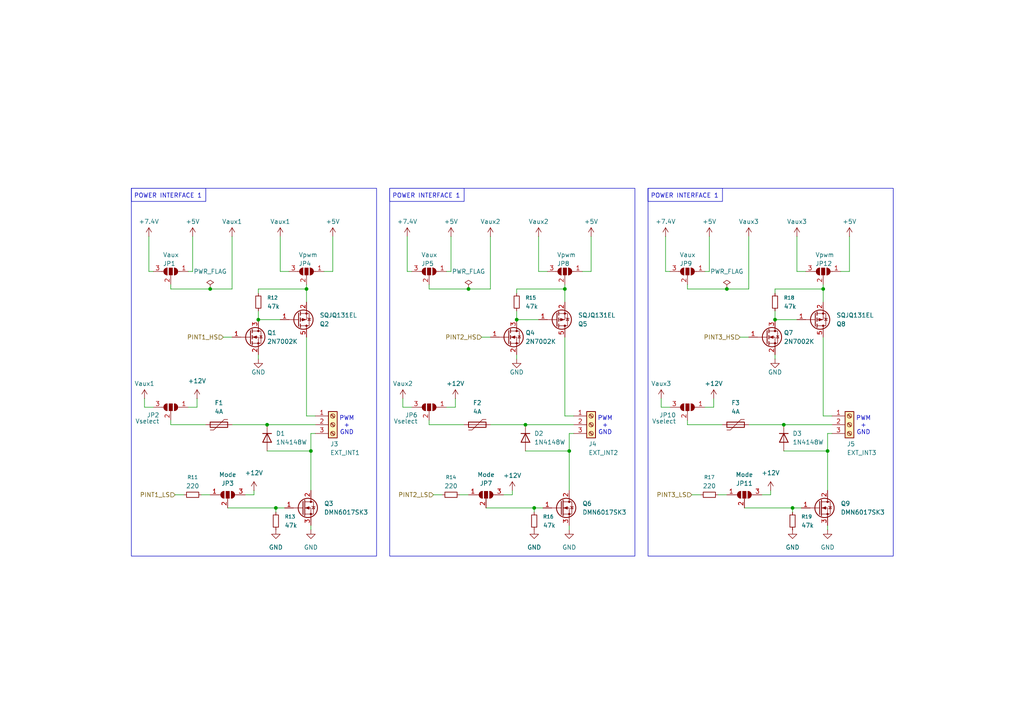
<source format=kicad_sch>
(kicad_sch (version 20250114) (generator "eeschema") (generator_version "9.0")
  (paper "A4")
  (title_block (title "Modulo Attuazione") (date "2025-11-28") (company "StarPi"))
  (lib_symbols
    (symbol "Connector:Screw_Terminal_01x03" (pin_names (offset 1.016) (hide yes))
      (property "Reference" "J" (at 0 5.08 0))
      (property "Value" "Screw_Terminal_01x03" (at 0 -5.08 0))
      (symbol "Screw_Terminal_01x03_1_1"
        (rectangle (start -1.27 3.81) (end 1.27 -3.81) (stroke (width 0.254)) (fill (type background)))
        (polyline (pts (xy -0.5334 2.8702) (xy 0.3302 2.032)) (stroke (width 0.1524)))
        (polyline (pts (xy -0.5334 0.3302) (xy 0.3302 -0.508)) (stroke (width 0.1524)))
        (polyline (pts (xy -0.5334 -2.2098) (xy 0.3302 -3.048)) (stroke (width 0.1524)))
        (polyline (pts (xy -0.3556 3.048) (xy 0.508 2.2098)) (stroke (width 0.1524)))
        (polyline (pts (xy -0.3556 0.508) (xy 0.508 -0.3302)) (stroke (width 0.1524)))
        (polyline (pts (xy -0.3556 -2.032) (xy 0.508 -2.8702)) (stroke (width 0.1524)))
        (circle (center 0 2.54) (radius 0.635) (stroke (width 0.1524)))
        (circle (center 0 0) (radius 0.635) (stroke (width 0.1524)))
        (circle (center 0 -2.54) (radius 0.635) (stroke (width 0.1524)))
        (pin passive line (at -5.08 2.54 0) (length 3.81) (name "Pin_1") (number "1"))
        (pin passive line (at -5.08 0 0) (length 3.81) (name "Pin_2") (number "2"))
        (pin passive line (at -5.08 -2.54 0) (length 3.81) (name "Pin_3") (number "3"))
      )
    )
    (symbol "Device:Polyfuse" (pin_numbers (hide yes)) (pin_names (offset 0))
      (property "Reference" "F" (at -2.54 0 90))
      (property "Value" "Polyfuse" (at 2.54 0 90))
      (symbol "Polyfuse_0_1"
        (polyline (pts (xy -1.524 2.54) (xy -1.524 1.524) (xy 1.524 -1.524) (xy 1.524 -2.54)))
        (rectangle (start -0.762 2.54) (end 0.762 -2.54) (stroke (width 0.254)))
        (polyline (pts (xy 0 2.54) (xy 0 -2.54)))
      )
      (symbol "Polyfuse_1_1"
        (pin passive line (at 0 3.81 270) (length 1.27) (name "~") (number "1"))
        (pin passive line (at 0 -3.81 90) (length 1.27) (name "~") (number "2"))
      )
    )
    (symbol "Device:R_Small" (pin_numbers (hide yes)) (pin_names (offset 0.254) (hide yes))
      (property "Reference" "R" (at 0 0 90))
      (property "Value" "R_Small" (at 1.778 0 90))
      (symbol "R_Small_0_1"
        (rectangle (start -0.762 1.778) (end 0.762 -1.778) (stroke (width 0.2032)))
      )
      (symbol "R_Small_1_1"
        (pin passive line (at 0 2.54 270) (length 0.762) (name "~") (number "1"))
        (pin passive line (at 0 -2.54 90) (length 0.762) (name "~") (number "2"))
      )
    )
    (symbol "Diode:1N4148W" (pin_numbers (hide yes)) (pin_names (hide yes))
      (property "Reference" "D" (at 0 2.54 0))
      (property "Value" "1N4148W" (at 0 -2.54 0))
      (symbol "1N4148W_0_1"
        (polyline (pts (xy -1.27 1.27) (xy -1.27 -1.27)) (stroke (width 0.254)))
        (polyline (pts (xy 1.27 1.27) (xy 1.27 -1.27) (xy -1.27 0) (xy 1.27 1.27)) (stroke (width 0.254)))
        (polyline (pts (xy 1.27 0) (xy -1.27 0)))
      )
      (symbol "1N4148W_1_1"
        (pin passive line (at -3.81 0 0) (length 2.54) (name "K") (number "1"))
        (pin passive line (at 3.81 0 180) (length 2.54) (name "A") (number "2"))
      )
    )
    (symbol "Jumper:SolderJumper_3_Open" (pin_names (offset 0) (hide yes)) (in_bom no)
      (property "Reference" "JP" (at -2.54 -2.54 0))
      (property "Value" "SolderJumper_3_Open" (at 0 2.794 0))
      (symbol "SolderJumper_3_Open_0_1"
        (polyline (pts (xy -2.54 0) (xy -2.032 0)))
        (polyline (pts (xy -1.016 1.016) (xy -1.016 -1.016)))
        (arc (start -1.016 -1.016) (mid -2.0276 0) (end -1.016 1.016))
        (arc (start -1.016 -1.016) (mid -2.0276 0) (end -1.016 1.016) (fill (type outline)))
        (rectangle (start -0.508 1.016) (end 0.508 -1.016) (fill (type outline)))
        (polyline (pts (xy 0 -1.27) (xy 0 -1.016)))
        (arc (start 1.016 1.016) (mid 2.0276 0) (end 1.016 -1.016))
        (arc (start 1.016 1.016) (mid 2.0276 0) (end 1.016 -1.016) (fill (type outline)))
        (polyline (pts (xy 1.016 1.016) (xy 1.016 -1.016)))
        (polyline (pts (xy 2.54 0) (xy 2.032 0)))
      )
      (symbol "SolderJumper_3_Open_1_1"
        (pin passive line (at -5.08 0 0) (length 2.54) (name "A") (number "1"))
        (pin passive line (at 0 -3.81 90) (length 2.54) (name "C") (number "2"))
        (pin passive line (at 5.08 0 180) (length 2.54) (name "B") (number "3"))
      )
    )
    (symbol "Transistor_FET:2N7002K" (pin_names (offset 0) (hide yes))
      (property "Reference" "Q" (at 5.08 1.905 0))
      (property "Value" "2N7002K" (at 5.08 0 0))
      (symbol "2N7002K_0_1"
        (polyline (pts (xy 0.254 1.905) (xy 0.254 -1.905)) (stroke (width 0.254)))
        (polyline (pts (xy 0.254 0) (xy -2.54 0)))
        (polyline (pts (xy 0.762 2.286) (xy 0.762 1.27)) (stroke (width 0.254)))
        (polyline (pts (xy 0.762 0.508) (xy 0.762 -0.508)) (stroke (width 0.254)))
        (polyline (pts (xy 0.762 -1.27) (xy 0.762 -2.286)) (stroke (width 0.254)))
        (polyline (pts (xy 0.762 -1.778) (xy 3.302 -1.778) (xy 3.302 1.778) (xy 0.762 1.778)))
        (polyline (pts (xy 1.016 0) (xy 2.032 0.381) (xy 2.032 -0.381) (xy 1.016 0)) (fill (type outline)))
        (circle (center 1.651 0) (radius 2.794) (stroke (width 0.254)))
        (polyline (pts (xy 2.54 2.54) (xy 2.54 1.778)))
        (circle (center 2.54 1.778) (radius 0.254) (fill (type outline)))
        (circle (center 2.54 -1.778) (radius 0.254) (fill (type outline)))
        (polyline (pts (xy 2.54 -2.54) (xy 2.54 0) (xy 0.762 0)))
        (polyline (pts (xy 2.921 0.381) (xy 3.683 0.381)))
        (polyline (pts (xy 3.302 0.381) (xy 2.921 -0.254) (xy 3.683 -0.254) (xy 3.302 0.381)))
      )
      (symbol "2N7002K_1_1"
        (pin input line (at -5.08 0 0) (length 2.54) (name "G") (number "1"))
        (pin passive line (at 2.54 5.08 270) (length 2.54) (name "D") (number "3"))
        (pin passive line (at 2.54 -5.08 90) (length 2.54) (name "S") (number "2"))
      )
    )
    (symbol "Transistor_FET:SQJQ131EL" (pin_names (hide yes))
      (property "Reference" "Q" (at 5.08 1.905 0))
      (property "Value" "SQJQ131EL" (at 5.08 0 0))
      (symbol "SQJQ131EL_0_1"
        (polyline (pts (xy 0.254 1.905) (xy 0.254 -1.905)) (stroke (width 0.254)))
        (polyline (pts (xy 0.254 0) (xy -2.54 0)))
        (polyline (pts (xy 0.762 2.286) (xy 0.762 1.27)) (stroke (width 0.254)))
        (polyline (pts (xy 0.762 1.778) (xy 3.302 1.778) (xy 3.302 -1.778) (xy 0.762 -1.778)))
        (polyline (pts (xy 0.762 0.508) (xy 0.762 -0.508)) (stroke (width 0.254)))
        (polyline (pts (xy 0.762 -1.27) (xy 0.762 -2.286)) (stroke (width 0.254)))
        (circle (center 1.651 0) (radius 2.794) (stroke (width 0.254)))
        (polyline (pts (xy 2.286 0) (xy 1.27 0.381) (xy 1.27 -0.381) (xy 2.286 0)) (fill (type outline)))
        (polyline (pts (xy 2.54 2.54) (xy 2.54 1.778)))
        (circle (center 2.54 1.778) (radius 0.254) (fill (type outline)))
        (circle (center 2.54 -1.778) (radius 0.254) (fill (type outline)))
        (polyline (pts (xy 2.54 -2.54) (xy 2.54 0) (xy 0.762 0)))
        (polyline (pts (xy 2.794 -0.508) (xy 2.921 -0.381) (xy 3.683 -0.381) (xy 3.81 -0.254)))
        (polyline (pts (xy 3.302 -0.381) (xy 2.921 0.254) (xy 3.683 0.254) (xy 3.302 -0.381)))
      )
      (symbol "SQJQ131EL_1_1"
        (pin input line (at -5.08 0 0) (length 2.54) (name "G") (number "1"))
        (pin passive line (at 2.54 5.08 270) (length 2.54) (name "D") (number "5"))
        (pin passive line (at 2.54 -5.08 90) (length 2.54) (name "S") (number "2"))
        (pin passive line (at 2.54 -5.08 90) (length 2.54) (hide yes) (name "S") (number "3"))
        (pin passive line (at 2.54 -5.08 90) (length 2.54) (hide yes) (name "S") (number "4"))
      )
    )
    (symbol "Transistor_FET_Other:Q_NMOS_Depletion_GDS" (pin_names (offset 0) (hide yes))
      (property "Reference" "Q" (at 5.08 1.905 0))
      (property "Value" "Q_NMOS_Depletion_GDS" (at 5.08 0 0))
      (symbol "Q_NMOS_Depletion_GDS_0_1"
        (polyline (pts (xy 0.254 1.905) (xy 0.254 -1.905)) (stroke (width 0.254)))
        (polyline (pts (xy 0.254 0) (xy -2.54 0)))
        (polyline (pts (xy 0.762 2.286) (xy 0.762 -2.286)) (stroke (width 0.254)))
        (polyline (pts (xy 0.762 -1.778) (xy 3.302 -1.778) (xy 3.302 1.778) (xy 0.762 1.778)))
        (polyline (pts (xy 1.016 0) (xy 2.032 0.381) (xy 2.032 -0.381) (xy 1.016 0)) (fill (type outline)))
        (circle (center 1.651 0) (radius 2.794) (stroke (width 0.254)))
        (polyline (pts (xy 2.54 2.54) (xy 2.54 1.778)))
        (circle (center 2.54 1.778) (radius 0.254) (fill (type outline)))
        (circle (center 2.54 -1.778) (radius 0.254) (fill (type outline)))
        (polyline (pts (xy 2.54 -2.54) (xy 2.54 0) (xy 0.762 0)))
        (polyline (pts (xy 2.794 0.508) (xy 2.921 0.381) (xy 3.683 0.381) (xy 3.81 0.254)))
        (polyline (pts (xy 3.302 0.381) (xy 2.921 -0.254) (xy 3.683 -0.254) (xy 3.302 0.381)))
      )
      (symbol "Q_NMOS_Depletion_GDS_1_1"
        (pin input line (at -5.08 0 0) (length 2.54) (name "G") (number "1"))
        (pin passive line (at 2.54 5.08 270) (length 2.54) (name "D") (number "2"))
        (pin passive line (at 2.54 -5.08 90) (length 2.54) (name "S") (number "3"))
      )
    )
    (symbol "power:+12V" (power) (pin_numbers (hide yes)) (pin_names (offset 0) (hide yes))
      (property "Value" "+12V" (at 0 3.556 0))
      (symbol "+12V_0_1"
        (polyline (pts (xy -0.762 1.27) (xy 0 2.54)))
        (polyline (pts (xy 0 2.54) (xy 0.762 1.27)))
        (polyline (pts (xy 0 0) (xy 0 2.54)))
      )
      (symbol "+12V_1_1"
        (pin power_in line (at 0 0 90) (length 0) (name "~") (number "1"))
      )
    )
    (symbol "power:+5V" (power) (pin_numbers (hide yes)) (pin_names (offset 0) (hide yes))
      (property "Value" "+5V" (at 0 3.556 0))
      (symbol "+5V_0_1"
        (polyline (pts (xy -0.762 1.27) (xy 0 2.54)))
        (polyline (pts (xy 0 2.54) (xy 0.762 1.27)))
        (polyline (pts (xy 0 0) (xy 0 2.54)))
      )
      (symbol "+5V_1_1"
        (pin power_in line (at 0 0 90) (length 0) (name "~") (number "1"))
      )
    )
    (symbol "power:+9V" (power) (pin_numbers (hide yes)) (pin_names (offset 0) (hide yes))
      (property "Value" "+9V" (at 0 3.556 0))
      (symbol "+9V_0_1"
        (polyline (pts (xy -0.762 1.27) (xy 0 2.54)))
        (polyline (pts (xy 0 2.54) (xy 0.762 1.27)))
        (polyline (pts (xy 0 0) (xy 0 2.54)))
      )
      (symbol "+9V_1_1"
        (pin power_in line (at 0 0 90) (length 0) (name "~") (number "1"))
      )
    )
    (symbol "power:GND" (power) (pin_numbers (hide yes)) (pin_names (offset 0) (hide yes))
      (property "Value" "GND" (at 0 -3.81 0))
      (symbol "GND_0_1"
        (polyline (pts (xy 0 0) (xy 0 -1.27) (xy 1.27 -1.27) (xy 0 -2.54) (xy -1.27 -1.27) (xy 0 -1.27)))
      )
      (symbol "GND_1_1"
        (pin power_in line (at 0 0 270) (length 0) (name "~") (number "1"))
      )
    )
    (symbol "power:PWR_FLAG" (power) (pin_numbers (hide yes)) (pin_names (offset 0) (hide yes))
      (property "Value" "PWR_FLAG" (at 0 3.81 0))
      (symbol "PWR_FLAG_0_0"
        (pin power_out line (at 0 0 90) (length 0) (name "~") (number "1"))
      )
      (symbol "PWR_FLAG_0_1"
        (polyline (pts (xy 0 0) (xy 0 1.27) (xy -1.016 1.905) (xy 0 2.54) (xy 1.016 1.905) (xy 0 1.27)))
      )
    )
  )
  (rectangle (start 38.1 54.61) (end 59.69 58.42))
  (rectangle (start 187.96 54.61) (end 259.08 161.29))
  (rectangle (start 38.1 54.61) (end 109.22 161.29))
  (rectangle (start 113.03 54.61) (end 134.62 58.42))
  (rectangle (start 113.03 54.61) (end 184.15 161.29))
  (rectangle (start 187.96 54.61) (end 209.55 58.42))
  (text "PWM\n+\nGND" (at 250.444 123.444 0) (effects (font (size 1.27 1.27))))
  (text "POWER INTERFACE 1" (at 188.722 56.896 0) (effects (font (size 1.27 1.27)) (justify left)))
  (text "POWER INTERFACE 1" (at 38.862 56.896 0) (effects (font (size 1.27 1.27)) (justify left)))
  (text "POWER INTERFACE 1" (at 113.792 56.896 0) (effects (font (size 1.27 1.27)) (justify left)))
  (text "PWM\n+\nGND" (at 100.584 123.444 0) (effects (font (size 1.27 1.27))))
  (text "PWM\n+\nGND" (at 175.514 123.444 0) (effects (font (size 1.27 1.27))))
  (junction (at 135.89 83.82))
  (junction (at 210.82 83.82))
  (junction (at 90.17 130.81))
  (junction (at 227.33 123.19))
  (junction (at 74.93 92.71))
  (junction (at 229.87 147.32))
  (junction (at 60.96 83.82))
  (junction (at 224.79 92.71))
  (junction (at 165.1 130.81))
  (junction (at 152.4 123.19))
  (junction (at 77.47 123.19))
  (junction (at 163.83 83.82))
  (junction (at 88.9 83.82))
  (junction (at 149.86 92.71))
  (junction (at 80.01 147.32))
  (junction (at 154.94 147.32))
  (junction (at 238.76 83.82))
  (junction (at 240.03 130.81))
  (wire (pts (xy 246.38 68.58) (xy 246.38 78.74)))
  (wire (pts (xy 200.66 143.51) (xy 203.2 143.51)))
  (wire (pts (xy 156.21 68.58) (xy 156.21 78.74)))
  (wire (pts (xy 165.1 152.4) (xy 165.1 153.67)))
  (wire (pts (xy 149.86 92.71) (xy 156.21 92.71)))
  (wire (pts (xy 90.17 130.81) (xy 90.17 125.73)))
  (wire (pts (xy 214.63 97.79) (xy 217.17 97.79)))
  (wire (pts (xy 231.14 68.58) (xy 231.14 78.74)))
  (wire (pts (xy 223.52 143.51) (xy 223.52 142.24)))
  (wire (pts (xy 207.01 118.11) (xy 207.01 115.57)))
  (wire (pts (xy 130.81 68.58) (xy 130.81 78.74)))
  (wire (pts (xy 124.46 123.19) (xy 134.62 123.19)))
  (wire (pts (xy 67.31 83.82) (xy 60.96 83.82)))
  (wire (pts (xy 142.24 123.19) (xy 152.4 123.19)))
  (wire (pts (xy 129.54 118.11) (xy 132.08 118.11)))
  (wire (pts (xy 90.17 125.73) (xy 91.44 125.73)))
  (wire (pts (xy 142.24 68.58) (xy 142.24 83.82)))
  (wire (pts (xy 149.86 85.09) (xy 149.86 83.82)))
  (wire (pts (xy 88.9 97.79) (xy 88.9 120.65)))
  (wire (pts (xy 238.76 120.65) (xy 241.3 120.65)))
  (wire (pts (xy 199.39 123.19) (xy 209.55 123.19)))
  (wire (pts (xy 43.18 68.58) (xy 43.18 78.74)))
  (wire (pts (xy 90.17 142.24) (xy 90.17 130.81)))
  (wire (pts (xy 165.1 130.81) (xy 165.1 125.73)))
  (wire (pts (xy 229.87 147.32) (xy 232.41 147.32)))
  (wire (pts (xy 57.15 118.11) (xy 57.15 115.57)))
  (wire (pts (xy 146.05 143.51) (xy 148.59 143.51)))
  (wire (pts (xy 208.28 143.51) (xy 210.82 143.51)))
  (wire (pts (xy 163.83 82.55) (xy 163.83 83.82)))
  (wire (pts (xy 49.53 123.19) (xy 49.53 121.92)))
  (wire (pts (xy 163.83 83.82) (xy 163.83 87.63)))
  (wire (pts (xy 73.66 143.51) (xy 73.66 142.24)))
  (wire (pts (xy 148.59 143.51) (xy 148.59 142.24)))
  (wire (pts (xy 130.81 78.74) (xy 129.54 78.74)))
  (wire (pts (xy 224.79 83.82) (xy 238.76 83.82)))
  (wire (pts (xy 49.53 83.82) (xy 49.53 82.55)))
  (wire (pts (xy 224.79 92.71) (xy 231.14 92.71)))
  (wire (pts (xy 205.74 68.58) (xy 205.74 78.74)))
  (wire (pts (xy 74.93 104.14) (xy 74.93 102.87)))
  (wire (pts (xy 220.98 143.51) (xy 223.52 143.51)))
  (wire (pts (xy 231.14 78.74) (xy 233.68 78.74)))
  (wire (pts (xy 116.84 118.11) (xy 119.38 118.11)))
  (wire (pts (xy 90.17 152.4) (xy 90.17 153.67)))
  (wire (pts (xy 81.28 78.74) (xy 83.82 78.74)))
  (wire (pts (xy 152.4 130.81) (xy 165.1 130.81)))
  (wire (pts (xy 240.03 152.4) (xy 240.03 153.67)))
  (wire (pts (xy 165.1 142.24) (xy 165.1 130.81)))
  (wire (pts (xy 41.91 118.11) (xy 44.45 118.11)))
  (wire (pts (xy 124.46 123.19) (xy 124.46 121.92)))
  (wire (pts (xy 199.39 123.19) (xy 199.39 121.92)))
  (wire (pts (xy 154.94 147.32) (xy 157.48 147.32)))
  (wire (pts (xy 80.01 147.32) (xy 82.55 147.32)))
  (wire (pts (xy 163.83 120.65) (xy 166.37 120.65)))
  (wire (pts (xy 81.28 68.58) (xy 81.28 78.74)))
  (wire (pts (xy 240.03 142.24) (xy 240.03 130.81)))
  (wire (pts (xy 156.21 78.74) (xy 158.75 78.74)))
  (wire (pts (xy 135.89 83.82) (xy 124.46 83.82)))
  (wire (pts (xy 238.76 97.79) (xy 238.76 120.65)))
  (wire (pts (xy 58.42 143.51) (xy 60.96 143.51)))
  (wire (pts (xy 41.91 118.11) (xy 41.91 115.57)))
  (wire (pts (xy 217.17 83.82) (xy 210.82 83.82)))
  (wire (pts (xy 50.8 143.51) (xy 53.34 143.51)))
  (wire (pts (xy 71.12 143.51) (xy 73.66 143.51)))
  (wire (pts (xy 96.52 68.58) (xy 96.52 78.74)))
  (wire (pts (xy 149.86 90.17) (xy 149.86 92.71)))
  (wire (pts (xy 74.93 83.82) (xy 88.9 83.82)))
  (wire (pts (xy 125.73 143.51) (xy 128.27 143.51)))
  (wire (pts (xy 49.53 123.19) (xy 59.69 123.19)))
  (wire (pts (xy 227.33 123.19) (xy 241.3 123.19)))
  (wire (pts (xy 154.94 148.59) (xy 154.94 147.32)))
  (wire (pts (xy 74.93 90.17) (xy 74.93 92.71)))
  (wire (pts (xy 152.4 123.19) (xy 166.37 123.19)))
  (wire (pts (xy 165.1 125.73) (xy 166.37 125.73)))
  (wire (pts (xy 215.9 147.32) (xy 229.87 147.32)))
  (wire (pts (xy 224.79 85.09) (xy 224.79 83.82)))
  (wire (pts (xy 227.33 130.81) (xy 240.03 130.81)))
  (wire (pts (xy 80.01 148.59) (xy 80.01 147.32)))
  (wire (pts (xy 149.86 104.14) (xy 149.86 102.87)))
  (wire (pts (xy 66.04 147.32) (xy 80.01 147.32)))
  (wire (pts (xy 139.7 97.79) (xy 142.24 97.79)))
  (wire (pts (xy 77.47 123.19) (xy 91.44 123.19)))
  (wire (pts (xy 171.45 78.74) (xy 168.91 78.74)))
  (wire (pts (xy 55.88 78.74) (xy 54.61 78.74)))
  (wire (pts (xy 191.77 118.11) (xy 191.77 115.57)))
  (wire (pts (xy 43.18 78.74) (xy 44.45 78.74)))
  (wire (pts (xy 55.88 68.58) (xy 55.88 78.74)))
  (wire (pts (xy 191.77 118.11) (xy 194.31 118.11)))
  (wire (pts (xy 224.79 104.14) (xy 224.79 102.87)))
  (wire (pts (xy 204.47 118.11) (xy 207.01 118.11)))
  (wire (pts (xy 133.35 143.51) (xy 135.89 143.51)))
  (wire (pts (xy 88.9 83.82) (xy 88.9 87.63)))
  (wire (pts (xy 199.39 83.82) (xy 199.39 82.55)))
  (wire (pts (xy 224.79 90.17) (xy 224.79 92.71)))
  (wire (pts (xy 88.9 120.65) (xy 91.44 120.65)))
  (wire (pts (xy 67.31 68.58) (xy 67.31 83.82)))
  (wire (pts (xy 229.87 148.59) (xy 229.87 147.32)))
  (wire (pts (xy 171.45 68.58) (xy 171.45 78.74)))
  (wire (pts (xy 96.52 78.74) (xy 93.98 78.74)))
  (wire (pts (xy 60.96 83.82) (xy 49.53 83.82)))
  (wire (pts (xy 240.03 125.73) (xy 241.3 125.73)))
  (wire (pts (xy 140.97 147.32) (xy 154.94 147.32)))
  (wire (pts (xy 67.31 123.19) (xy 77.47 123.19)))
  (wire (pts (xy 193.04 68.58) (xy 193.04 78.74)))
  (wire (pts (xy 74.93 85.09) (xy 74.93 83.82)))
  (wire (pts (xy 74.93 92.71) (xy 81.28 92.71)))
  (wire (pts (xy 193.04 78.74) (xy 194.31 78.74)))
  (wire (pts (xy 132.08 118.11) (xy 132.08 115.57)))
  (wire (pts (xy 149.86 83.82) (xy 163.83 83.82)))
  (wire (pts (xy 205.74 78.74) (xy 204.47 78.74)))
  (wire (pts (xy 238.76 82.55) (xy 238.76 83.82)))
  (wire (pts (xy 210.82 83.82) (xy 199.39 83.82)))
  (wire (pts (xy 64.77 97.79) (xy 67.31 97.79)))
  (wire (pts (xy 142.24 83.82) (xy 135.89 83.82)))
  (wire (pts (xy 217.17 68.58) (xy 217.17 83.82)))
  (wire (pts (xy 163.83 97.79) (xy 163.83 120.65)))
  (wire (pts (xy 88.9 82.55) (xy 88.9 83.82)))
  (wire (pts (xy 217.17 123.19) (xy 227.33 123.19)))
  (wire (pts (xy 238.76 83.82) (xy 238.76 87.63)))
  (wire (pts (xy 54.61 118.11) (xy 57.15 118.11)))
  (wire (pts (xy 246.38 78.74) (xy 243.84 78.74)))
  (wire (pts (xy 116.84 118.11) (xy 116.84 115.57)))
  (wire (pts (xy 77.47 130.81) (xy 90.17 130.81)))
  (wire (pts (xy 118.11 78.74) (xy 119.38 78.74)))
  (wire (pts (xy 240.03 130.81) (xy 240.03 125.73)))
  (wire (pts (xy 124.46 83.82) (xy 124.46 82.55)))
  (wire (pts (xy 118.11 68.58) (xy 118.11 78.74)))
  (hierarchical_label "PINT3_LS" (shape input) (at 200.66 143.51 180))
  (hierarchical_label "PINT1_HS" (shape input) (at 64.77 97.79 180))
  (hierarchical_label "PINT1_LS" (shape input) (at 50.8 143.51 180))
  (hierarchical_label "PINT2_HS" (shape input) (at 139.7 97.79 180))
  (hierarchical_label "PINT3_HS" (shape input) (at 214.63 97.79 180))
  (hierarchical_label "PINT2_LS" (shape input) (at 125.73 143.51 180))
  (symbol (lib_id "power:GND") (at 154.94 153.67 0) (unit 1)
    (property "Reference" "#PWR043" (effects (hide yes)))
    (property "Value" "GND" (at 154.94 158.75 0))
    (property "Description" "Power symbol creates a global label with name \"GND\" , ground" (effects (hide yes)))
  )
  (symbol (lib_id "Jumper:SolderJumper_3_Open") (at 88.9 78.74 0) (mirror y) (unit 1) (in_bom no)
    (property "Reference" "JP4" (at 86.614 76.454 0) (effects (justify right)))
    (property "Value" "Vpwm" (at 86.614 73.914 0) (effects (justify right)))
    (property "Footprint" "Jumper:SolderJumper-3_P2.0mm_Open_TrianglePad1.0x1.5mm_NumberLabels" (effects (hide yes)))
    (property "Description" "Solder Jumper, 3-pole, open" (effects (hide yes)))
  )
  (symbol (lib_id "power:+9V") (at 67.31 68.58 0) (unit 1)
    (property "Reference" "#PWR029" (effects (hide yes)))
    (property "Value" "Vaux1" (at 67.31 64.262 0))
    (property "Description" "Power symbol creates a global label with name \"+9V\"" (effects (hide yes)))
  )
  (symbol (lib_id "Jumper:SolderJumper_3_Open") (at 140.97 143.51 0) (unit 1) (in_bom no)
    (property "Reference" "JP7" (at 140.97 140.208 0))
    (property "Value" "Mode" (at 140.97 137.668 0))
    (property "Footprint" "Jumper:SolderJumper-3_P2.0mm_Open_TrianglePad1.0x1.5mm_NumberLabels" (effects (hide yes)))
    (property "Description" "Solder Jumper, 3-pole, open" (effects (hide yes)))
  )
  (symbol (lib_id "power:+9V") (at 81.28 68.58 0) (unit 1)
    (property "Reference" "#PWR033" (effects (hide yes)))
    (property "Value" "Vaux1" (at 81.28 64.262 0))
    (property "Description" "Power symbol creates a global label with name \"+9V\"" (effects (hide yes)))
  )
  (symbol (lib_id "Device:Polyfuse") (at 138.43 123.19 270) (unit 1)
    (property "Reference" "F2" (at 138.43 116.84 90))
    (property "Value" "4A" (at 138.43 119.38 90))
    (property "Footprint" "Fuse:Fuse_2920_7451Metric_Pad2.10x5.45mm_HandSolder" (effects (hide yes)))
  )
  (symbol (lib_id "power:+9V") (at 191.77 115.57 0) (unit 1)
    (property "Reference" "#PWR047" (effects (hide yes)))
    (property "Value" "Vaux3" (at 191.77 111.252 0))
    (property "Description" "Power symbol creates a global label with name \"+9V\"" (effects (hide yes)))
  )
  (symbol (lib_id "power:+9V") (at 156.21 68.58 0) (unit 1)
    (property "Reference" "#PWR044" (effects (hide yes)))
    (property "Value" "Vaux2" (at 156.21 64.262 0))
    (property "Description" "Power symbol creates a global label with name \"+9V\"" (effects (hide yes)))
  )
  (symbol (lib_id "Transistor_FET:SQJQ131EL") (at 86.36 92.71 0) (mirror x) (unit 1)
    (property "Reference" "Q2" (at 92.71 93.9801 0) (effects (justify left)))
    (property "Value" "SQJQ131EL" (at 92.71 91.4401 0) (effects (justify left)))
    (property "Footprint" "Package_TO_SOT_SMD:LFPAK88" (effects (hide yes)))
    (property "Datasheet" "https://www.vishay.com/docs/77936/sqjq131el.pdf" (effects (hide yes)))
    (property "Description" "-280A Id, 30V Vds, P-Channel MOSFET, 1.4mOhm Ron, 82nC Qgd, -55 to 175 °C, LFPAK88" (effects (hide yes)))
    (property "Sim.Device" "PMOS" (effects (hide yes)))
    (property "Sim.Type" "VDMOS" (effects (hide yes)))
    (property "Sim.Pins" "1=D 2=G 3=S" (effects (hide yes)))
  )
  (symbol (lib_id "power:PWR_FLAG") (at 135.89 83.82 0) (unit 1)
    (property "Reference" "#FLG02" (effects (hide yes)))
    (property "Value" "PWR_FLAG" (at 135.89 78.74 0))
    (property "Description" "Special symbol for telling ERC where power comes from" (effects (hide yes)))
  )
  (symbol (lib_id "power:+5V") (at 130.81 68.58 0) (unit 1)
    (property "Reference" "#PWR038" (effects (hide yes)))
    (property "Value" "+5V" (at 130.81 64.262 0))
    (property "Description" "Power symbol creates a global label with name \"+5V\"" (effects (hide yes)))
  )
  (symbol (lib_id "Diode:1N4148W") (at 152.4 127 270) (unit 1)
    (property "Reference" "D2" (at 154.94 125.7299 90) (effects (justify left)))
    (property "Value" "1N4148W" (at 154.94 128.2699 90) (effects (justify left)))
    (property "Footprint" "Diode_SMD:D_SOD-123" (effects (hide yes)))
    (property "Datasheet" "https://www.vishay.com/docs/85748/1n4148w.pdf" (effects (hide yes)))
    (property "Description" "75V 0.15A Fast Switching Diode, SOD-123" (effects (hide yes)))
    (property "Sim.Device" "D" (effects (hide yes)))
    (property "Sim.Pins" "1=K 2=A" (effects (hide yes)))
  )
  (symbol (lib_id "Jumper:SolderJumper_3_Open") (at 215.9 143.51 0) (unit 1) (in_bom no)
    (property "Reference" "JP11" (at 215.9 140.208 0))
    (property "Value" "Mode" (at 215.9 137.668 0))
    (property "Footprint" "Jumper:SolderJumper-3_P2.0mm_Open_TrianglePad1.0x1.5mm_NumberLabels" (effects (hide yes)))
    (property "Description" "Solder Jumper, 3-pole, open" (effects (hide yes)))
  )
  (symbol (lib_id "power:GND") (at 90.17 153.67 0) (unit 1)
    (property "Reference" "#PWR034" (effects (hide yes)))
    (property "Value" "GND" (at 90.17 158.75 0))
    (property "Description" "Power symbol creates a global label with name \"GND\" , ground" (effects (hide yes)))
  )
  (symbol (lib_id "Connector:Screw_Terminal_01x03") (at 171.45 123.19 0) (unit 1)
    (property "Reference" "J4" (at 170.688 128.778 0) (effects (justify left)))
    (property "Value" "EXT_INT2" (at 170.688 131.318 0) (effects (justify left)))
    (property "Description" "Generic screw terminal, single row, 01x03, script generated (kicad-library-utils/schlib/autogen/connector/)" (effects (hide yes)))
  )
  (symbol (lib_id "Jumper:SolderJumper_3_Open") (at 199.39 78.74 0) (mirror y) (unit 1) (in_bom no)
    (property "Reference" "JP9" (at 197.104 76.454 0) (effects (justify right)))
    (property "Value" "Vaux" (at 197.104 73.914 0) (effects (justify right)))
    (property "Footprint" "Jumper:SolderJumper-3_P2.0mm_Open_TrianglePad1.0x1.5mm_NumberLabels" (effects (hide yes)))
    (property "Description" "Solder Jumper, 3-pole, open" (effects (hide yes)))
  )
  (symbol (lib_id "Diode:1N4148W") (at 227.33 127 270) (unit 1)
    (property "Reference" "D3" (at 229.87 125.7299 90) (effects (justify left)))
    (property "Value" "1N4148W" (at 229.87 128.2699 90) (effects (justify left)))
    (property "Footprint" "Diode_SMD:D_SOD-123" (effects (hide yes)))
    (property "Datasheet" "https://www.vishay.com/docs/85748/1n4148w.pdf" (effects (hide yes)))
    (property "Description" "75V 0.15A Fast Switching Diode, SOD-123" (effects (hide yes)))
    (property "Sim.Device" "D" (effects (hide yes)))
    (property "Sim.Pins" "1=K 2=A" (effects (hide yes)))
  )
  (symbol (lib_id "Jumper:SolderJumper_3_Open") (at 163.83 78.74 0) (mirror y) (unit 1) (in_bom no)
    (property "Reference" "JP8" (at 161.544 76.454 0) (effects (justify right)))
    (property "Value" "Vpwm" (at 161.544 73.914 0) (effects (justify right)))
    (property "Footprint" "Jumper:SolderJumper-3_P2.0mm_Open_TrianglePad1.0x1.5mm_NumberLabels" (effects (hide yes)))
    (property "Description" "Solder Jumper, 3-pole, open" (effects (hide yes)))
  )
  (symbol (lib_id "power:+12V") (at 148.59 142.24 0) (unit 1)
    (property "Reference" "#PWR041" (effects (hide yes)))
    (property "Value" "+12V" (at 148.59 137.922 0))
    (property "Description" "Power symbol creates a global label with name \"+12V\"" (effects (hide yes)))
  )
  (symbol (lib_id "power:GND") (at 229.87 153.67 0) (unit 1)
    (property "Reference" "#PWR054" (effects (hide yes)))
    (property "Value" "GND" (at 229.87 158.75 0))
    (property "Description" "Power symbol creates a global label with name \"GND\" , ground" (effects (hide yes)))
  )
  (symbol (lib_id "Device:Polyfuse") (at 213.36 123.19 270) (unit 1)
    (property "Reference" "F3" (at 213.36 116.84 90))
    (property "Value" "4A" (at 213.36 119.38 90))
    (property "Footprint" "Fuse:Fuse_2920_7451Metric_Pad2.10x5.45mm_HandSolder" (effects (hide yes)))
  )
  (symbol (lib_id "Transistor_FET:2N7002K") (at 222.25 97.79 0) (unit 1)
    (property "Reference" "Q7" (at 227.33 96.52 0) (effects (justify left)))
    (property "Value" "2N7002K" (at 227.33 99.06 0) (effects (justify left)))
    (property "Footprint" "Package_TO_SOT_SMD:SOT-23" (effects (hide yes)))
    (property "Datasheet" "https://www.diodes.com/assets/Datasheets/ds30896.pdf" (effects (hide yes)))
    (property "Description" "0.38A Id, 60V Vds, N-Channel MOSFET, SOT-23" (effects (hide yes)))
  )
  (symbol (lib_id "power:+9V") (at 142.24 68.58 0) (unit 1)
    (property "Reference" "#PWR040" (effects (hide yes)))
    (property "Value" "Vaux2" (at 142.24 64.262 0))
    (property "Description" "Power symbol creates a global label with name \"+9V\"" (effects (hide yes)))
  )
  (symbol (lib_id "Connector:Screw_Terminal_01x03") (at 246.38 123.19 0) (unit 1)
    (property "Reference" "J5" (at 245.618 128.778 0) (effects (justify left)))
    (property "Value" "EXT_INT3" (at 245.618 131.318 0) (effects (justify left)))
    (property "Description" "Generic screw terminal, single row, 01x03, script generated (kicad-library-utils/schlib/autogen/connector/)" (effects (hide yes)))
  )
  (symbol (lib_id "Jumper:SolderJumper_3_Open") (at 124.46 118.11 0) (mirror y) (unit 1) (in_bom no)
    (property "Reference" "JP6" (at 121.158 120.396 0) (effects (justify left)))
    (property "Value" "Vselect" (at 121.1579 122.174 0) (effects (justify left)))
    (property "Footprint" "Jumper:SolderJumper-3_P2.0mm_Open_TrianglePad1.0x1.5mm_NumberLabels" (effects (hide yes)))
    (property "Description" "Solder Jumper, 3-pole, open" (effects (hide yes)))
  )
  (symbol (lib_id "power:GND") (at 224.79 104.14 0) (unit 1)
    (property "Reference" "#PWR053" (effects (hide yes)))
    (property "Value" "GND" (at 224.79 107.95 0))
    (property "Description" "Power symbol creates a global label with name \"GND\" , ground" (effects (hide yes)))
  )
  (symbol (lib_id "Transistor_FET_Other:Q_NMOS_Depletion_GDS") (at 237.49 147.32 0) (unit 1)
    (property "Reference" "Q9" (at 243.84 146.0499 0) (effects (justify left)))
    (property "Value" "DMN6017SK3" (at 243.84 148.5899 0) (effects (justify left)))
    (property "Footprint" "Package_TO_SOT_SMD:TO-252-2" (effects (hide yes)))
    (property "Description" "Depletion-mode N-channel MOSFET gate/drain/source" (effects (hide yes)))
  )
  (symbol (lib_id "Device:R_Small") (at 55.88 143.51 90) (unit 1)
    (property "Reference" "R11" (at 55.88 138.43 90) (effects (font (size 1.016 1.016))))
    (property "Value" "220" (at 55.88 140.97 90))
    (property "Footprint" "Resistor_SMD:R_0603_1608Metric_Pad0.98x0.95mm_HandSolder" (effects (hide yes)))
    (property "Description" "Resistor, small symbol" (effects (hide yes)))
  )
  (symbol (lib_id "power:+12V") (at 57.15 115.57 0) (unit 1)
    (property "Reference" "#PWR028" (effects (hide yes)))
    (property "Value" "+12V" (at 57.15 110.49 0))
    (property "Description" "Power symbol creates a global label with name \"+12V\"" (effects (hide yes)))
  )
  (symbol (lib_id "Device:R_Small") (at 229.87 151.13 180) (unit 1)
    (property "Reference" "R19" (at 232.41 149.8599 0) (effects (font (size 1.016 1.016)) (justify right)))
    (property "Value" "47k" (at 232.41 152.3999 0) (effects (justify right)))
    (property "Footprint" "Resistor_SMD:R_0603_1608Metric_Pad0.98x0.95mm_HandSolder" (effects (hide yes)))
    (property "Description" "Resistor, small symbol" (effects (hide yes)))
  )
  (symbol (lib_id "power:+12V") (at 43.18 68.58 0) (unit 1)
    (property "Reference" "#PWR026" (effects (hide yes)))
    (property "Value" "+7.4V" (at 43.18 64.262 0))
  )
  (symbol (lib_id "power:GND") (at 149.86 104.14 0) (unit 1)
    (property "Reference" "#PWR042" (effects (hide yes)))
    (property "Value" "GND" (at 149.86 107.95 0))
    (property "Description" "Power symbol creates a global label with name \"GND\" , ground" (effects (hide yes)))
  )
  (symbol (lib_id "power:GND") (at 80.01 153.67 0) (unit 1)
    (property "Reference" "#PWR032" (effects (hide yes)))
    (property "Value" "GND" (at 80.01 158.75 0))
    (property "Description" "Power symbol creates a global label with name \"GND\" , ground" (effects (hide yes)))
  )
  (symbol (lib_id "power:+9V") (at 41.91 115.57 0) (unit 1)
    (property "Reference" "#PWR025" (effects (hide yes)))
    (property "Value" "Vaux1" (at 41.91 111.252 0))
    (property "Description" "Power symbol creates a global label with name \"+9V\"" (effects (hide yes)))
  )
  (symbol (lib_id "Jumper:SolderJumper_3_Open") (at 66.04 143.51 0) (unit 1) (in_bom no)
    (property "Reference" "JP3" (at 66.04 140.208 0))
    (property "Value" "Mode" (at 66.04 137.668 0))
    (property "Footprint" "Jumper:SolderJumper-3_P2.0mm_Open_TrianglePad1.0x1.5mm_NumberLabels" (effects (hide yes)))
    (property "Description" "Solder Jumper, 3-pole, open" (effects (hide yes)))
  )
  (symbol (lib_id "power:+5V") (at 55.88 68.58 0) (unit 1)
    (property "Reference" "#PWR027" (effects (hide yes)))
    (property "Value" "+5V" (at 55.88 64.262 0))
    (property "Description" "Power symbol creates a global label with name \"+5V\"" (effects (hide yes)))
  )
  (symbol (lib_id "Jumper:SolderJumper_3_Open") (at 199.39 118.11 0) (mirror y) (unit 1) (in_bom no)
    (property "Reference" "JP10" (at 196.088 120.396 0) (effects (justify left)))
    (property "Value" "Vselect" (at 196.0879 122.174 0) (effects (justify left)))
    (property "Footprint" "Jumper:SolderJumper-3_P2.0mm_Open_TrianglePad1.0x1.5mm_NumberLabels" (effects (hide yes)))
    (property "Description" "Solder Jumper, 3-pole, open" (effects (hide yes)))
  )
  (symbol (lib_id "Transistor_FET:SQJQ131EL") (at 236.22 92.71 0) (mirror x) (unit 1)
    (property "Reference" "Q8" (at 242.57 93.9801 0) (effects (justify left)))
    (property "Value" "SQJQ131EL" (at 242.57 91.4401 0) (effects (justify left)))
    (property "Footprint" "Package_TO_SOT_SMD:LFPAK88" (effects (hide yes)))
    (property "Datasheet" "https://www.vishay.com/docs/77936/sqjq131el.pdf" (effects (hide yes)))
    (property "Description" "-280A Id, 30V Vds, P-Channel MOSFET, 1.4mOhm Ron, 82nC Qgd, -55 to 175 °C, LFPAK88" (effects (hide yes)))
    (property "Sim.Device" "PMOS" (effects (hide yes)))
    (property "Sim.Type" "VDMOS" (effects (hide yes)))
    (property "Sim.Pins" "1=D 2=G 3=S" (effects (hide yes)))
  )
  (symbol (lib_id "power:+5V") (at 205.74 68.58 0) (unit 1)
    (property "Reference" "#PWR049" (effects (hide yes)))
    (property "Value" "+5V" (at 205.74 64.262 0))
    (property "Description" "Power symbol creates a global label with name \"+5V\"" (effects (hide yes)))
  )
  (symbol (lib_id "power:+9V") (at 231.14 68.58 0) (unit 1)
    (property "Reference" "#PWR055" (effects (hide yes)))
    (property "Value" "Vaux3" (at 231.14 64.262 0))
    (property "Description" "Power symbol creates a global label with name \"+9V\"" (effects (hide yes)))
  )
  (symbol (lib_id "power:PWR_FLAG") (at 210.82 83.82 0) (unit 1)
    (property "Reference" "#FLG03" (effects (hide yes)))
    (property "Value" "PWR_FLAG" (at 210.82 78.74 0))
    (property "Description" "Special symbol for telling ERC where power comes from" (effects (hide yes)))
  )
  (symbol (lib_id "Device:R_Small") (at 224.79 87.63 180) (unit 1)
    (property "Reference" "R18" (at 227.33 86.3599 0) (effects (font (size 1.016 1.016)) (justify right)))
    (property "Value" "47k" (at 227.33 88.8999 0) (effects (justify right)))
    (property "Footprint" "Resistor_SMD:R_0603_1608Metric_Pad0.98x0.95mm_HandSolder" (effects (hide yes)))
    (property "Description" "Resistor, small symbol" (effects (hide yes)))
  )
  (symbol (lib_id "Jumper:SolderJumper_3_Open") (at 238.76 78.74 0) (mirror y) (unit 1) (in_bom no)
    (property "Reference" "JP12" (at 236.474 76.454 0) (effects (justify right)))
    (property "Value" "Vpwm" (at 236.474 73.914 0) (effects (justify right)))
    (property "Footprint" "Jumper:SolderJumper-3_P2.0mm_Open_TrianglePad1.0x1.5mm_NumberLabels" (effects (hide yes)))
    (property "Description" "Solder Jumper, 3-pole, open" (effects (hide yes)))
  )
  (symbol (lib_id "Device:R_Small") (at 154.94 151.13 180) (unit 1)
    (property "Reference" "R16" (at 157.48 149.8599 0) (effects (font (size 1.016 1.016)) (justify right)))
    (property "Value" "47k" (at 157.48 152.3999 0) (effects (justify right)))
    (property "Footprint" "Resistor_SMD:R_0603_1608Metric_Pad0.98x0.95mm_HandSolder" (effects (hide yes)))
    (property "Description" "Resistor, small symbol" (effects (hide yes)))
  )
  (symbol (lib_id "power:PWR_FLAG") (at 60.96 83.82 0) (unit 1)
    (property "Reference" "#FLG01" (effects (hide yes)))
    (property "Value" "PWR_FLAG" (at 60.96 78.74 0))
    (property "Description" "Special symbol for telling ERC where power comes from" (effects (hide yes)))
  )
  (symbol (lib_id "power:GND") (at 165.1 153.67 0) (unit 1)
    (property "Reference" "#PWR045" (effects (hide yes)))
    (property "Value" "GND" (at 165.1 158.75 0))
    (property "Description" "Power symbol creates a global label with name \"GND\" , ground" (effects (hide yes)))
  )
  (symbol (lib_id "power:+12V") (at 73.66 142.24 0) (unit 1)
    (property "Reference" "#PWR030" (effects (hide yes)))
    (property "Value" "+12V" (at 73.66 137.16 0))
    (property "Description" "Power symbol creates a global label with name \"+12V\"" (effects (hide yes)))
  )
  (symbol (lib_id "Transistor_FET:2N7002K") (at 72.39 97.79 0) (unit 1)
    (property "Reference" "Q1" (at 77.47 96.52 0) (effects (justify left)))
    (property "Value" "2N7002K" (at 77.47 99.06 0) (effects (justify left)))
    (property "Footprint" "Package_TO_SOT_SMD:SOT-23" (effects (hide yes)))
    (property "Datasheet" "https://www.diodes.com/assets/Datasheets/ds30896.pdf" (effects (hide yes)))
    (property "Description" "0.38A Id, 60V Vds, N-Channel MOSFET, SOT-23" (effects (hide yes)))
  )
  (symbol (lib_id "Device:R_Small") (at 80.01 151.13 180) (unit 1)
    (property "Reference" "R13" (at 82.55 149.8599 0) (effects (font (size 1.016 1.016)) (justify right)))
    (property "Value" "47k" (at 82.55 152.3999 0) (effects (justify right)))
    (property "Footprint" "Resistor_SMD:R_0603_1608Metric_Pad0.98x0.95mm_HandSolder" (effects (hide yes)))
    (property "Description" "Resistor, small symbol" (effects (hide yes)))
  )
  (symbol (lib_id "power:+12V") (at 223.52 142.24 0) (unit 1)
    (property "Reference" "#PWR052" (effects (hide yes)))
    (property "Value" "+12V" (at 223.52 137.16 0))
    (property "Description" "Power symbol creates a global label with name \"+12V\"" (effects (hide yes)))
  )
  (symbol (lib_id "power:+9V") (at 116.84 115.57 0) (unit 1)
    (property "Reference" "#PWR036" (effects (hide yes)))
    (property "Value" "Vaux2" (at 116.84 111.252 0))
    (property "Description" "Power symbol creates a global label with name \"+9V\"" (effects (hide yes)))
  )
  (symbol (lib_id "Diode:1N4148W") (at 77.47 127 270) (unit 1)
    (property "Reference" "D1" (at 80.01 125.7299 90) (effects (justify left)))
    (property "Value" "1N4148W" (at 80.01 128.2699 90) (effects (justify left)))
    (property "Footprint" "Diode_SMD:D_SOD-123" (effects (hide yes)))
    (property "Datasheet" "https://www.vishay.com/docs/85748/1n4148w.pdf" (effects (hide yes)))
    (property "Description" "75V 0.15A Fast Switching Diode, SOD-123" (effects (hide yes)))
    (property "Sim.Device" "D" (effects (hide yes)))
    (property "Sim.Pins" "1=K 2=A" (effects (hide yes)))
  )
  (symbol (lib_id "Jumper:SolderJumper_3_Open") (at 124.46 78.74 0) (mirror y) (unit 1) (in_bom no)
    (property "Reference" "JP5" (at 122.174 76.454 0) (effects (justify right)))
    (property "Value" "Vaux" (at 122.174 73.914 0) (effects (justify right)))
    (property "Footprint" "Jumper:SolderJumper-3_P2.0mm_Open_TrianglePad1.0x1.5mm_NumberLabels" (effects (hide yes)))
    (property "Description" "Solder Jumper, 3-pole, open" (effects (hide yes)))
  )
  (symbol (lib_id "Transistor_FET:SQJQ131EL") (at 161.29 92.71 0) (mirror x) (unit 1)
    (property "Reference" "Q5" (at 167.64 93.9801 0) (effects (justify left)))
    (property "Value" "SQJQ131EL" (at 167.64 91.4401 0) (effects (justify left)))
    (property "Footprint" "Package_TO_SOT_SMD:LFPAK88" (effects (hide yes)))
    (property "Datasheet" "https://www.vishay.com/docs/77936/sqjq131el.pdf" (effects (hide yes)))
    (property "Description" "-280A Id, 30V Vds, P-Channel MOSFET, 1.4mOhm Ron, 82nC Qgd, -55 to 175 °C, LFPAK88" (effects (hide yes)))
    (property "Sim.Device" "PMOS" (effects (hide yes)))
    (property "Sim.Type" "VDMOS" (effects (hide yes)))
    (property "Sim.Pins" "1=D 2=G 3=S" (effects (hide yes)))
  )
  (symbol (lib_id "power:+12V") (at 193.04 68.58 0) (unit 1)
    (property "Reference" "#PWR048" (effects (hide yes)))
    (property "Value" "+7.4V" (at 193.04 64.262 0))
  )
  (symbol (lib_id "Transistor_FET_Other:Q_NMOS_Depletion_GDS") (at 87.63 147.32 0) (unit 1)
    (property "Reference" "Q3" (at 93.98 146.0499 0) (effects (justify left)))
    (property "Value" "DMN6017SK3" (at 93.98 148.5899 0) (effects (justify left)))
    (property "Footprint" "Package_TO_SOT_SMD:TO-252-2" (effects (hide yes)))
    (property "Description" "Depletion-mode N-channel MOSFET gate/drain/source" (effects (hide yes)))
  )
  (symbol (lib_id "power:+5V") (at 96.52 68.58 0) (unit 1)
    (property "Reference" "#PWR035" (effects (hide yes)))
    (property "Value" "+5V" (at 96.52 64.262 0))
    (property "Description" "Power symbol creates a global label with name \"+5V\"" (effects (hide yes)))
  )
  (symbol (lib_id "power:+5V") (at 171.45 68.58 0) (unit 1)
    (property "Reference" "#PWR046" (effects (hide yes)))
    (property "Value" "+5V" (at 171.45 64.262 0))
    (property "Description" "Power symbol creates a global label with name \"+5V\"" (effects (hide yes)))
  )
  (symbol (lib_id "power:+12V") (at 207.01 115.57 0) (unit 1)
    (property "Reference" "#PWR050" (effects (hide yes)))
    (property "Value" "+12V" (at 207.01 111.252 0))
    (property "Description" "Power symbol creates a global label with name \"+12V\"" (effects (hide yes)))
  )
  (symbol (lib_id "power:+12V") (at 118.11 68.58 0) (unit 1)
    (property "Reference" "#PWR037" (effects (hide yes)))
    (property "Value" "+7.4V" (at 118.11 64.262 0))
  )
  (symbol (lib_id "Transistor_FET:2N7002K") (at 147.32 97.79 0) (unit 1)
    (property "Reference" "Q4" (at 152.4 96.52 0) (effects (justify left)))
    (property "Value" "2N7002K" (at 152.4 99.06 0) (effects (justify left)))
    (property "Footprint" "Package_TO_SOT_SMD:SOT-23" (effects (hide yes)))
    (property "Datasheet" "https://www.diodes.com/assets/Datasheets/ds30896.pdf" (effects (hide yes)))
    (property "Description" "0.38A Id, 60V Vds, N-Channel MOSFET, SOT-23" (effects (hide yes)))
  )
  (symbol (lib_id "power:GND") (at 74.93 104.14 0) (unit 1)
    (property "Reference" "#PWR031" (effects (hide yes)))
    (property "Value" "GND" (at 74.93 107.95 0))
    (property "Description" "Power symbol creates a global label with name \"GND\" , ground" (effects (hide yes)))
  )
  (symbol (lib_id "power:+5V") (at 246.38 68.58 0) (unit 1)
    (property "Reference" "#PWR057" (effects (hide yes)))
    (property "Value" "+5V" (at 246.38 64.262 0))
    (property "Description" "Power symbol creates a global label with name \"+5V\"" (effects (hide yes)))
  )
  (symbol (lib_id "power:GND") (at 240.03 153.67 0) (unit 1)
    (property "Reference" "#PWR056" (effects (hide yes)))
    (property "Value" "GND" (at 240.03 158.75 0))
    (property "Description" "Power symbol creates a global label with name \"GND\" , ground" (effects (hide yes)))
  )
  (symbol (lib_id "Transistor_FET_Other:Q_NMOS_Depletion_GDS") (at 162.56 147.32 0) (unit 1)
    (property "Reference" "Q6" (at 168.91 146.0499 0) (effects (justify left)))
    (property "Value" "DMN6017SK3" (at 168.91 148.5899 0) (effects (justify left)))
    (property "Footprint" "Package_TO_SOT_SMD:TO-252-2" (effects (hide yes)))
    (property "Description" "Depletion-mode N-channel MOSFET gate/drain/source" (effects (hide yes)))
  )
  (symbol (lib_id "Device:R_Small") (at 74.93 87.63 180) (unit 1)
    (property "Reference" "R12" (at 77.47 86.3599 0) (effects (font (size 1.016 1.016)) (justify right)))
    (property "Value" "47k" (at 77.47 88.8999 0) (effects (justify right)))
    (property "Footprint" "Resistor_SMD:R_0603_1608Metric_Pad0.98x0.95mm_HandSolder" (effects (hide yes)))
    (property "Description" "Resistor, small symbol" (effects (hide yes)))
  )
  (symbol (lib_id "Device:Polyfuse") (at 63.5 123.19 270) (unit 1)
    (property "Reference" "F1" (at 63.5 116.84 90))
    (property "Value" "4A" (at 63.5 119.38 90))
    (property "Footprint" "Fuse:Fuse_2920_7451Metric_Pad2.10x5.45mm_HandSolder" (effects (hide yes)))
  )
  (symbol (lib_id "Device:R_Small") (at 149.86 87.63 180) (unit 1)
    (property "Reference" "R15" (at 152.4 86.3599 0) (effects (font (size 1.016 1.016)) (justify right)))
    (property "Value" "47k" (at 152.4 88.8999 0) (effects (justify right)))
    (property "Footprint" "Resistor_SMD:R_0603_1608Metric_Pad0.98x0.95mm_HandSolder" (effects (hide yes)))
    (property "Description" "Resistor, small symbol" (effects (hide yes)))
  )
  (symbol (lib_id "Jumper:SolderJumper_3_Open") (at 49.53 78.74 0) (mirror y) (unit 1) (in_bom no)
    (property "Reference" "JP1" (at 47.244 76.454 0) (effects (justify right)))
    (property "Value" "Vaux" (at 47.244 73.914 0) (effects (justify right)))
    (property "Footprint" "Jumper:SolderJumper-3_P2.0mm_Open_TrianglePad1.0x1.5mm_NumberLabels" (effects (hide yes)))
    (property "Description" "Solder Jumper, 3-pole, open" (effects (hide yes)))
  )
  (symbol (lib_id "Device:R_Small") (at 205.74 143.51 90) (unit 1)
    (property "Reference" "R17" (at 205.74 138.43 90) (effects (font (size 1.016 1.016))))
    (property "Value" "220" (at 205.74 140.97 90))
    (property "Footprint" "Resistor_SMD:R_0603_1608Metric_Pad0.98x0.95mm_HandSolder" (effects (hide yes)))
    (property "Description" "Resistor, small symbol" (effects (hide yes)))
  )
  (symbol (lib_id "Device:R_Small") (at 130.81 143.51 90) (unit 1)
    (property "Reference" "R14" (at 130.81 138.43 90) (effects (font (size 1.016 1.016))))
    (property "Value" "220" (at 130.81 140.97 90))
    (property "Footprint" "Resistor_SMD:R_0603_1608Metric_Pad0.98x0.95mm_HandSolder" (effects (hide yes)))
    (property "Description" "Resistor, small symbol" (effects (hide yes)))
  )
  (symbol (lib_id "Connector:Screw_Terminal_01x03") (at 96.52 123.19 0) (unit 1)
    (property "Reference" "J3" (at 95.758 128.778 0) (effects (justify left)))
    (property "Value" "EXT_INT1" (at 95.758 131.318 0) (effects (justify left)))
    (property "Description" "Generic screw terminal, single row, 01x03, script generated (kicad-library-utils/schlib/autogen/connector/)" (effects (hide yes)))
  )
  (symbol (lib_id "power:+9V") (at 217.17 68.58 0) (unit 1)
    (property "Reference" "#PWR051" (effects (hide yes)))
    (property "Value" "Vaux3" (at 217.17 64.262 0))
    (property "Description" "Power symbol creates a global label with name \"+9V\"" (effects (hide yes)))
  )
  (symbol (lib_id "power:+12V") (at 132.08 115.57 0) (unit 1)
    (property "Reference" "#PWR039" (effects (hide yes)))
    (property "Value" "+12V" (at 132.08 111.252 0))
    (property "Description" "Power symbol creates a global label with name \"+12V\"" (effects (hide yes)))
  )
  (symbol (lib_id "Jumper:SolderJumper_3_Open") (at 49.53 118.11 0) (mirror y) (unit 1) (in_bom no)
    (property "Reference" "JP2" (at 46.228 120.396 0) (effects (justify left)))
    (property "Value" "Vselect" (at 46.2279 122.174 0) (effects (justify left)))
    (property "Footprint" "Jumper:SolderJumper-3_P2.0mm_Open_TrianglePad1.0x1.5mm_NumberLabels" (effects (hide yes)))
    (property "Description" "Solder Jumper, 3-pole, open" (effects (hide yes)))
  )
)
</source>
